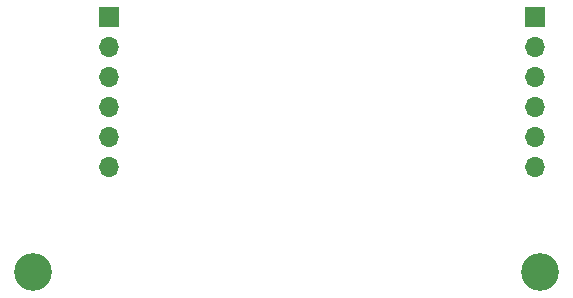
<source format=gbr>
%TF.GenerationSoftware,KiCad,Pcbnew,8.0.2*%
%TF.CreationDate,2024-10-31T00:13:47+01:00*%
%TF.ProjectId,IO_extender,494f5f65-7874-4656-9e64-65722e6b6963,rev?*%
%TF.SameCoordinates,Original*%
%TF.FileFunction,Soldermask,Bot*%
%TF.FilePolarity,Negative*%
%FSLAX46Y46*%
G04 Gerber Fmt 4.6, Leading zero omitted, Abs format (unit mm)*
G04 Created by KiCad (PCBNEW 8.0.2) date 2024-10-31 00:13:47*
%MOMM*%
%LPD*%
G01*
G04 APERTURE LIST*
%ADD10O,1.700000X1.700000*%
%ADD11R,1.700000X1.700000*%
%ADD12C,3.200000*%
G04 APERTURE END LIST*
D10*
%TO.C,J1002*%
X145500000Y-120620000D03*
X145500000Y-118080000D03*
X145500000Y-115540000D03*
X145500000Y-113000000D03*
X145500000Y-110460000D03*
D11*
X145500000Y-107920000D03*
%TD*%
D10*
%TO.C,J1001*%
X181500000Y-120620000D03*
X181500000Y-118080000D03*
X181500000Y-115540000D03*
X181500000Y-113000000D03*
X181500000Y-110460000D03*
D11*
X181500000Y-107920000D03*
%TD*%
D12*
%TO.C,REF\u002A\u002A*%
X139000000Y-129500000D03*
%TD*%
%TO.C,REF\u002A\u002A*%
X182000000Y-129500000D03*
%TD*%
M02*

</source>
